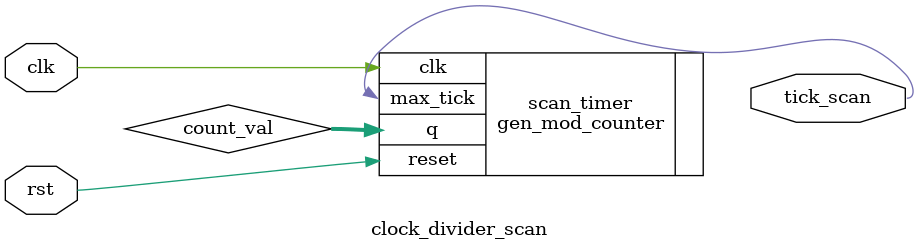
<source format=v>
module clock_divider_scan (
    input wire clk,      
    input wire rst,     
    output wire tick_scan 
);
    localparam LIMIT = 50000;
    localparam BITS  = 16;
    wire [BITS-1:0] count_val;
    //Instantiation mod counter
    gen_mod_counter #(
        .N(BITS), 
        .M(LIMIT)
    ) scan_timer (
        .clk(clk),
        .reset(rst),
        .max_tick(tick_scan), 
        .q(count_val)        
    );
endmodule
</source>
